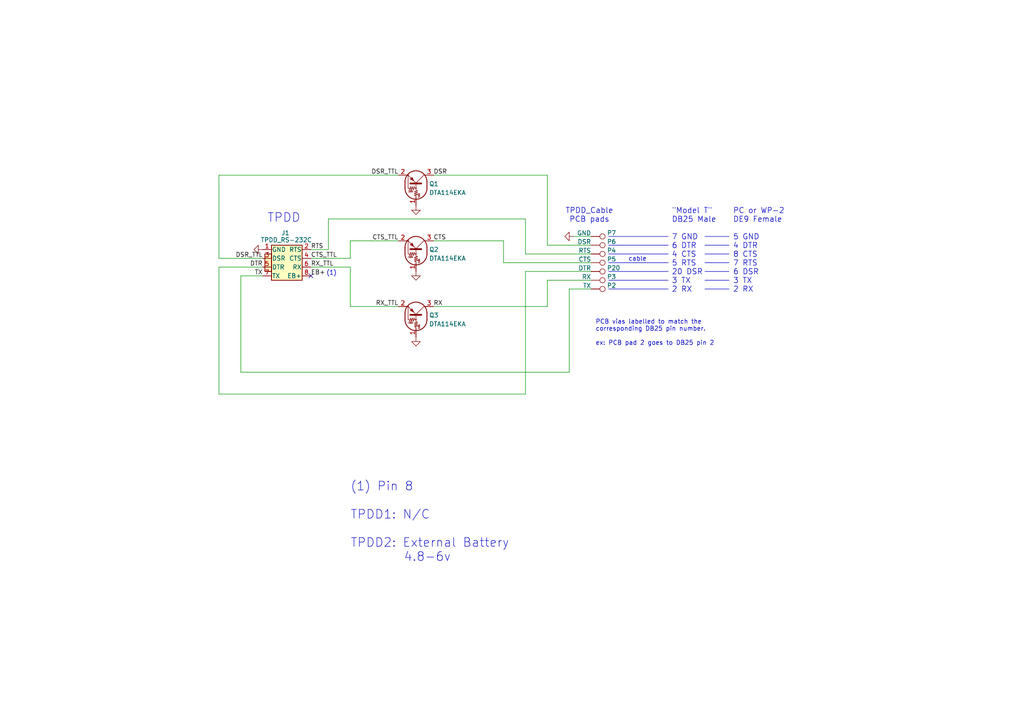
<source format=kicad_sch>
(kicad_sch (version 20231120) (generator "eeschema") (generator_version "8.0")
  (paper "A4")
  (lib_symbols
    (symbol "000_LOCAL:GND" (power) (pin_names (offset 0))
      (property "Value" "GND" (at 0 -3.81 0))
      (symbol "GND_0_1"
        (polyline (pts (xy 0 0) (xy 0 -1.27) (xy 1.27 -1.27) (xy 0 -2.54) (xy -1.27 -1.27) (xy 0 -1.27)))
      )
      (symbol "GND_1_1"
        (pin power_in line (at 0 0 270) (length 0) hide (name "GND") (number "1"))
      )
    )
    (symbol "000_LOCAL:TPDD_RS-232C" (pin_names (offset 0.127))
      (property "Reference" "J" (at 1.27 7.112 0))
      (property "Value" "TPDD_RS-232C" (at 1.27 5.08 0))
      (symbol "TPDD_RS-232C_0_1"
        (rectangle (start -5.715 1.27) (end -3.81 -3.81) (stroke (width 0.254)) (fill (type background)))
      )
      (symbol "TPDD_RS-232C_1_1"
        (rectangle (start -3.81 3.81) (end 5.08 -6.35) (stroke (width 0.254)) (fill (type background)))
        (pin passive line (at -6.35 2.54 0) (length 2.54) (name "GND") (number "1"))
        (pin passive line (at 7.62 2.54 180) (length 2.54) (name "RTS") (number "2"))
        (pin passive line (at -6.35 0 0) (length 2.54) (name "DSR") (number "3"))
        (pin passive line (at 7.62 0 180) (length 2.54) (name "CTS") (number "4"))
        (pin passive line (at -6.35 -2.54 0) (length 2.54) (name "DTR") (number "5"))
        (pin passive line (at 7.62 -2.54 180) (length 2.54) (name "RX") (number "6"))
        (pin passive line (at -6.35 -5.08 0) (length 2.54) (name "TX") (number "7"))
        (pin passive line (at 7.62 -5.08 180) (length 2.54) (name "EB+") (number "8"))
      )
    )
    (symbol "000_LOCAL:TestPoint" (pin_numbers hide) (pin_names (offset 0.762) hide)
      (property "Reference" "TP" (at 0 6.858 0))
      (property "Value" "TestPoint" (at 0 5.08 0))
      (symbol "TestPoint_0_1"
        (circle (center 0 3.302) (radius 0.762))
      )
      (symbol "TestPoint_1_1"
        (pin passive line (at 0 0 90) (length 2.54) (name "1") (number "1"))
      )
    )
    (symbol "000_LOCAL:Transistor_BJT_DTA114E" (pin_names (offset 0) hide)
      (property "Reference" "Q" (at 5.08 1.905 0))
      (property "Value" "Transistor_BJT_DTA114E" (at 5.08 0 0))
      (symbol "Transistor_BJT_DTA114E_0_0"
        (text "10k" (at -3.302 0.889 0) (effects (font (size 0.508 0.508))))
        (text "10k" (at -2.159 -1.524 900) (effects (font (size 0.508 0.508))))
      )
      (symbol "Transistor_BJT_DTA114E_0_1"
        (circle (center -1.27 0) (radius 0.127))
        (arc (start -1.27 3.175) (mid -4.445 0) (end -1.27 -3.175) (stroke (width 0.254)))
        (polyline (pts (xy -3.429 0) (xy -3.81 0)))
        (polyline (pts (xy -1.27 -3.175) (xy 0.635 -3.175)) (stroke (width 0.254)))
        (polyline (pts (xy -1.27 3.175) (xy 0.635 3.175)) (stroke (width 0.254)))
        (polyline (pts (xy 0 -0.254) (xy 2.54 2.286)))
        (polyline (pts (xy 0.127 1.524) (xy 0.127 -1.651)) (stroke (width 0.508)) (fill (type outline)))
        (polyline (pts (xy 2.54 2.286) (xy 2.54 2.54)))
        (polyline (pts (xy 2.54 -2.286) (xy 0 0.254) (xy 0 0.254)))
        (polyline (pts (xy 1.397 -1.651) (xy 1.905 -1.143) (xy 0.889 -0.635) (xy 1.397 -1.651)) (fill (type outline)))
        (polyline (pts (xy 0 0) (xy -1.905 0) (xy -2.032 0.508) (xy -2.286 -0.508) (xy -2.54 0.508) (xy -2.794 -0.508) (xy -3.048 0.508) (xy -3.302 -0.508) (xy -3.429 0)))
        (polyline (pts (xy -1.27 0) (xy -1.27 -0.381) (xy -0.762 -0.508) (xy -1.778 -0.762) (xy -0.762 -1.016) (xy -1.778 -1.27) (xy -0.762 -1.524) (xy -1.778 -1.778) (xy -1.27 -1.905) (xy -1.27 -2.286) (xy 2.54 -2.286)))
        (arc (start 0.635 -3.175) (mid 3.81 0) (end 0.635 3.175) (stroke (width 0.254)))
        (circle (center 2.54 -2.286) (radius 0.127))
      )
      (symbol "Transistor_BJT_DTA114E_1_1"
        (pin input line (at -6.35 0 0) (length 2.54) (name "B") (number "1"))
        (pin passive line (at 2.54 -5.08 90) (length 2.54) (name "E") (number "2"))
        (pin passive line (at 2.54 5.08 270) (length 2.54) (name "C") (number "3"))
      )
    )
    (symbol "Transistor_BJT_DTA114E_1" (pin_names (offset 0) hide)
      (property "Reference" "Q" (at 5.08 1.905 0))
      (property "Value" "Transistor_BJT_DTA114E" (at 5.08 0 0))
      (symbol "Transistor_BJT_DTA114E_1_0_0"
        (text "10k" (at -3.302 0.889 0) (effects (font (size 0.508 0.508))))
        (text "10k" (at -2.159 -1.524 900) (effects (font (size 0.508 0.508))))
      )
      (symbol "Transistor_BJT_DTA114E_1_0_1"
        (circle (center -1.27 0) (radius 0.127))
        (arc (start -1.27 3.175) (mid -4.445 0) (end -1.27 -3.175) (stroke (width 0.254)))
        (polyline (pts (xy -3.429 0) (xy -3.81 0)))
        (polyline (pts (xy -1.27 -3.175) (xy 0.635 -3.175)) (stroke (width 0.254)))
        (polyline (pts (xy -1.27 3.175) (xy 0.635 3.175)) (stroke (width 0.254)))
        (polyline (pts (xy 0 -0.254) (xy 2.54 2.286)))
        (polyline (pts (xy 0.127 1.524) (xy 0.127 -1.651)) (stroke (width 0.508)) (fill (type outline)))
        (polyline (pts (xy 2.54 2.286) (xy 2.54 2.54)))
        (polyline (pts (xy 2.54 -2.286) (xy 0 0.254) (xy 0 0.254)))
        (polyline (pts (xy 1.397 -1.651) (xy 1.905 -1.143) (xy 0.889 -0.635) (xy 1.397 -1.651)) (fill (type outline)))
        (polyline (pts (xy 0 0) (xy -1.905 0) (xy -2.032 0.508) (xy -2.286 -0.508) (xy -2.54 0.508) (xy -2.794 -0.508) (xy -3.048 0.508) (xy -3.302 -0.508) (xy -3.429 0)))
        (polyline (pts (xy -1.27 0) (xy -1.27 -0.381) (xy -0.762 -0.508) (xy -1.778 -0.762) (xy -0.762 -1.016) (xy -1.778 -1.27) (xy -0.762 -1.524) (xy -1.778 -1.778) (xy -1.27 -1.905) (xy -1.27 -2.286) (xy 2.54 -2.286)))
        (arc (start 0.635 -3.175) (mid 3.81 0) (end 0.635 3.175) (stroke (width 0.254)))
        (circle (center 2.54 -2.286) (radius 0.127))
      )
      (symbol "Transistor_BJT_DTA114E_1_1_1"
        (pin input line (at -6.35 0 0) (length 2.54) (name "B") (number "1"))
        (pin passive line (at 2.54 -5.08 90) (length 2.54) (name "E") (number "2"))
        (pin passive line (at 2.54 5.08 270) (length 2.54) (name "C") (number "3"))
      )
    )
    (symbol "Transistor_BJT_DTA114E_2" (pin_names (offset 0) hide)
      (property "Reference" "Q" (at 5.08 1.905 0))
      (property "Value" "Transistor_BJT_DTA114E" (at 5.08 0 0))
      (symbol "Transistor_BJT_DTA114E_2_0_0"
        (text "10k" (at -3.302 0.889 0) (effects (font (size 0.508 0.508))))
        (text "10k" (at -2.159 -1.524 900) (effects (font (size 0.508 0.508))))
      )
      (symbol "Transistor_BJT_DTA114E_2_0_1"
        (circle (center -1.27 0) (radius 0.127))
        (arc (start -1.27 3.175) (mid -4.445 0) (end -1.27 -3.175) (stroke (width 0.254)))
        (polyline (pts (xy -3.429 0) (xy -3.81 0)))
        (polyline (pts (xy -1.27 -3.175) (xy 0.635 -3.175)) (stroke (width 0.254)))
        (polyline (pts (xy -1.27 3.175) (xy 0.635 3.175)) (stroke (width 0.254)))
        (polyline (pts (xy 0 -0.254) (xy 2.54 2.286)))
        (polyline (pts (xy 0.127 1.524) (xy 0.127 -1.651)) (stroke (width 0.508)) (fill (type outline)))
        (polyline (pts (xy 2.54 2.286) (xy 2.54 2.54)))
        (polyline (pts (xy 2.54 -2.286) (xy 0 0.254) (xy 0 0.254)))
        (polyline (pts (xy 1.397 -1.651) (xy 1.905 -1.143) (xy 0.889 -0.635) (xy 1.397 -1.651)) (fill (type outline)))
        (polyline (pts (xy 0 0) (xy -1.905 0) (xy -2.032 0.508) (xy -2.286 -0.508) (xy -2.54 0.508) (xy -2.794 -0.508) (xy -3.048 0.508) (xy -3.302 -0.508) (xy -3.429 0)))
        (polyline (pts (xy -1.27 0) (xy -1.27 -0.381) (xy -0.762 -0.508) (xy -1.778 -0.762) (xy -0.762 -1.016) (xy -1.778 -1.27) (xy -0.762 -1.524) (xy -1.778 -1.778) (xy -1.27 -1.905) (xy -1.27 -2.286) (xy 2.54 -2.286)))
        (arc (start 0.635 -3.175) (mid 3.81 0) (end 0.635 3.175) (stroke (width 0.254)))
        (circle (center 2.54 -2.286) (radius 0.127))
      )
      (symbol "Transistor_BJT_DTA114E_2_1_1"
        (pin input line (at -6.35 0 0) (length 2.54) (name "B") (number "1"))
        (pin passive line (at 2.54 -5.08 90) (length 2.54) (name "E") (number "2"))
        (pin passive line (at 2.54 5.08 270) (length 2.54) (name "C") (number "3"))
      )
    )
  )
  (no_connect (at 90.17 80.01))
  (wire (pts (xy 165.1 83.82) (xy 165.1 107.95)))
  (wire (pts (xy 90.17 74.93) (xy 101.6 74.93)))
  (wire (pts (xy 95.25 72.39) (xy 95.25 63.5)))
  (wire (pts (xy 152.4 78.74) (xy 152.4 114.3)))
  (polyline (pts (xy 204.47 68.58) (xy 211.455 68.58)))
  (polyline (pts (xy 176.53 81.28) (xy 193.802 81.28)))
  (wire (pts (xy 101.6 77.47) (xy 101.6 88.9)))
  (wire (pts (xy 158.75 81.28) (xy 171.45 81.28)))
  (wire (pts (xy 63.5 50.8) (xy 115.57 50.8)))
  (polyline (pts (xy 176.53 71.12) (xy 193.802 71.12)))
  (polyline (pts (xy 176.53 73.66) (xy 193.802 73.66)))
  (wire (pts (xy 146.05 76.2) (xy 171.45 76.2)))
  (wire (pts (xy 165.1 83.82) (xy 171.45 83.82)))
  (wire (pts (xy 90.17 77.47) (xy 101.6 77.47)))
  (wire (pts (xy 69.85 80.01) (xy 69.85 107.95)))
  (wire (pts (xy 63.5 50.8) (xy 63.5 74.93)))
  (wire (pts (xy 125.73 50.8) (xy 158.75 50.8)))
  (wire (pts (xy 166.37 68.58) (xy 171.45 68.58)))
  (polyline (pts (xy 176.53 78.74) (xy 193.802 78.74)))
  (wire (pts (xy 69.85 107.95) (xy 165.1 107.95)))
  (wire (pts (xy 63.5 74.93) (xy 76.2 74.93)))
  (wire (pts (xy 146.05 69.85) (xy 125.73 69.85)))
  (wire (pts (xy 158.75 50.8) (xy 158.75 71.12)))
  (polyline (pts (xy 204.47 83.82) (xy 211.455 83.82)))
  (polyline (pts (xy 204.47 78.74) (xy 211.455 78.74)))
  (wire (pts (xy 63.5 77.47) (xy 76.2 77.47)))
  (wire (pts (xy 146.05 76.2) (xy 146.05 69.85)))
  (wire (pts (xy 101.6 74.93) (xy 101.6 69.85)))
  (wire (pts (xy 63.5 114.3) (xy 63.5 77.47)))
  (wire (pts (xy 158.75 81.28) (xy 158.75 88.9)))
  (wire (pts (xy 63.5 114.3) (xy 152.4 114.3)))
  (polyline (pts (xy 176.53 83.82) (xy 193.802 83.82)))
  (polyline (pts (xy 204.47 73.66) (xy 211.455 73.66)))
  (polyline (pts (xy 204.47 76.2) (xy 211.455 76.2)))
  (polyline (pts (xy 204.47 81.28) (xy 211.455 81.28)))
  (wire (pts (xy 101.6 69.85) (xy 115.57 69.85)))
  (wire (pts (xy 69.85 80.01) (xy 76.2 80.01)))
  (wire (pts (xy 158.75 71.12) (xy 171.45 71.12)))
  (wire (pts (xy 152.4 78.74) (xy 171.45 78.74)))
  (wire (pts (xy 95.25 63.5) (xy 152.4 63.5)))
  (wire (pts (xy 152.4 73.66) (xy 171.45 73.66)))
  (wire (pts (xy 90.17 72.39) (xy 95.25 72.39)))
  (polyline (pts (xy 204.47 71.12) (xy 211.455 71.12)))
  (wire (pts (xy 152.4 63.5) (xy 152.4 73.66)))
  (polyline (pts (xy 176.53 68.58) (xy 193.802 68.58)))
  (wire (pts (xy 101.6 88.9) (xy 115.57 88.9)))
  (polyline (pts (xy 176.53 76.2) (xy 193.802 76.2)))
  (wire (pts (xy 125.73 88.9) (xy 158.75 88.9)))
  (text "PCB vias labelled to match the\ncorresponding DB25 pin number.\n\nex: PCB pad 2 goes to DB25 pin 2" (at 172.72 92.71 0) (effects (font (size 1.27 1.27)) (justify left top)))
  (text "\"Model T\"\nDB25 Male\n\n7 GND\n6 DTR\n4 CTS\n5 RTS\n20 DSR\n3 TX\n2 RX" (at 194.818 72.644 0) (effects (font (size 1.5748 1.5748)) (justify left)))
  (text "PC or WP-2\nDE9 Female\n\n5 GND\n4 DTR\n8 CTS\n7 RTS\n6 DSR\n3 TX\n2 RX" (at 212.598 72.644 0) (effects (font (size 1.5748 1.5748)) (justify left)))
  (text "(1)" (at 94.615 80.01 0) (effects (font (size 1.27 1.27)) (justify left bottom)))
  (text "TPDD" (at 77.47 64.77 0) (effects (font (size 2.54 2.54)) (justify left bottom)))
  (text "TPDD_Cable\nPCB pads" (at 170.942 62.484 0) (effects (font (size 1.5748 1.5748))))
  (text "(1) Pin 8\n\nTPDD1: N/C\n\nTPDD2: External Battery\n        4.8-6v" (at 101.6 139.7 0) (effects (font (size 2.54 2.54)) (justify left top)))
  (text "cable" (at 184.912 75.184 0) (effects (font (size 1.27 1.27))))
  (label "RX" (at 125.73 88.9 0))
  (label "RX_TTL" (at 90.17 77.47 0))
  (label "TX" (at 76.2 80.01 180))
  (label "RX_TTL" (at 115.57 88.9 180))
  (label "CTS" (at 125.73 69.85 0))
  (label "CTS_TTL" (at 115.57 69.85 180))
  (label "DTR" (at 76.2 77.47 180))
  (label "EB+" (at 90.17 80.01 0))
  (label "DSR_TTL" (at 115.57 50.8 180))
  (label "DSR_TTL" (at 76.2 74.93 180))
  (label "RTS" (at 90.17 72.39 0))
  (label "DSR" (at 125.73 50.8 0))
  (label "CTS_TTL" (at 90.17 74.93 0))
  (symbol (lib_id "000_LOCAL:GND") (at 120.65 97.79 0) (unit 1)
    (property "Reference" "#PWR04" (effects (hide yes)))
    (property "Value" "GND" (effects (hide yes)))
  )
  (symbol (lib_id "000_LOCAL:Transistor_BJT_DTA114E") (at 120.65 91.44 270) (mirror x) (unit 1)
    (property "Reference" "Q3" (at 124.46 91.44 90) (effects (justify left)))
    (property "Value" "DTA114EKA" (at 124.46 93.98 90) (effects (justify left)))
    (property "Footprint" "000_LOCAL:SC-59" (effects (hide yes)))
    (property "Datasheet" "datasheets/dta114ee3-e.pdf" (effects (hide yes)))
    (property "MPN" "DTA114EKA" (effects (hide yes)))
  )
  (symbol (lib_name "Transistor_BJT_DTA114E_2") (lib_id "000_LOCAL:Transistor_BJT_DTA114E") (at 120.65 53.34 270) (mirror x) (unit 1)
    (property "Reference" "Q1" (at 124.46 53.34 90) (effects (justify left)))
    (property "Value" "DTA114EKA" (at 124.46 55.88 90) (effects (justify left)))
    (property "Footprint" "000_LOCAL:SC-59" (effects (hide yes)))
    (property "Datasheet" "datasheets/dta114ee3-e.pdf" (effects (hide yes)))
    (property "MPN" "DTA114EKA" (effects (hide yes)))
  )
  (symbol (lib_id "000_LOCAL:TestPoint") (at 171.45 73.66 270) (unit 1)
    (property "Reference" "P4" (at 176.022 72.644 90) (effects (justify left)))
    (property "Value" "RTS" (at 171.45 73.406 90) (effects (justify right bottom)))
    (property "Footprint" "000_LOCAL:PTH_0.65x1.2" (effects (hide yes)))
    (property "Description" "test point" (effects (hide yes)))
  )
  (symbol (lib_id "000_LOCAL:TestPoint") (at 171.45 68.58 270) (unit 1)
    (property "Reference" "P7" (at 176.022 67.564 90) (effects (justify left)))
    (property "Value" "GND" (at 171.45 68.326 90) (effects (justify right bottom)))
    (property "Footprint" "000_LOCAL:PTH_0.65x1.2" (effects (hide yes)))
    (property "Description" "test point" (effects (hide yes)))
  )
  (symbol (lib_id "000_LOCAL:GND") (at 76.2 72.39 270) (unit 1)
    (property "Reference" "#PWR01" (effects (hide yes)))
    (property "Value" "GND" (effects (hide yes)))
  )
  (symbol (lib_name "Transistor_BJT_DTA114E_1") (lib_id "000_LOCAL:Transistor_BJT_DTA114E") (at 120.65 72.39 270) (mirror x) (unit 1)
    (property "Reference" "Q2" (at 124.46 72.39 90) (effects (justify left)))
    (property "Value" "DTA114EKA" (at 124.46 74.93 90) (effects (justify left)))
    (property "Footprint" "000_LOCAL:SC-59" (effects (hide yes)))
    (property "Datasheet" "datasheets/dta114ee3-e.pdf" (effects (hide yes)))
    (property "MPN" "DTA114EKA" (effects (hide yes)))
  )
  (symbol (lib_id "000_LOCAL:TestPoint") (at 171.45 83.82 270) (unit 1)
    (property "Reference" "P2" (at 176.022 82.804 90) (effects (justify left)))
    (property "Value" "TX" (at 171.45 83.566 90) (effects (justify right bottom)))
    (property "Footprint" "000_LOCAL:SMD_1.2x3" (effects (hide yes)))
    (property "Description" "test point" (effects (hide yes)))
  )
  (symbol (lib_id "000_LOCAL:GND") (at 120.65 78.74 0) (unit 1)
    (property "Reference" "#PWR03" (effects (hide yes)))
    (property "Value" "GND" (effects (hide yes)))
  )
  (symbol (lib_id "000_LOCAL:TestPoint") (at 171.45 78.74 270) (unit 1)
    (property "Reference" "P20" (at 176.022 77.724 90) (effects (justify left)))
    (property "Value" "DTR" (at 171.45 78.486 90) (effects (justify right bottom)))
    (property "Footprint" "000_LOCAL:PTH_0.65x1.2" (effects (hide yes)))
    (property "Description" "test point" (effects (hide yes)))
  )
  (symbol (lib_id "000_LOCAL:TestPoint") (at 171.45 81.28 270) (unit 1)
    (property "Reference" "P3" (at 176.022 80.264 90) (effects (justify left)))
    (property "Value" "RX" (at 171.45 81.026 90) (effects (justify right bottom)))
    (property "Footprint" "000_LOCAL:SMD_1.2x3" (effects (hide yes)))
    (property "Description" "test point" (effects (hide yes)))
  )
  (symbol (lib_id "000_LOCAL:TestPoint") (at 171.45 76.2 270) (unit 1)
    (property "Reference" "P5" (at 176.022 75.184 90) (effects (justify left)))
    (property "Value" "CTS" (at 171.45 75.946 90) (effects (justify right bottom)))
    (property "Footprint" "000_LOCAL:PTH_0.65x1.2" (effects (hide yes)))
    (property "Description" "test point" (effects (hide yes)))
  )
  (symbol (lib_id "000_LOCAL:TestPoint") (at 171.45 71.12 270) (unit 1)
    (property "Reference" "P6" (at 176.022 70.104 90) (effects (justify left)))
    (property "Value" "DSR" (at 171.45 70.866 90) (effects (justify right bottom)))
    (property "Footprint" "000_LOCAL:PTH_0.65x1.2" (effects (hide yes)))
    (property "Description" "test point" (effects (hide yes)))
  )
  (symbol (lib_id "000_LOCAL:TPDD_RS-232C") (at 82.55 74.93 0) (unit 1)
    (property "Reference" "J1" (at 82.804 67.564 0))
    (property "Value" "TPDD_RS-232C" (at 83.058 69.596 0))
    (property "Footprint" "000_LOCAL:2x4x2.54mm_edge_mount" (effects (hide yes)))
    (property "Description" "Generic connector, double row, 02x04, odd/even pin numbering scheme (row 1 odd numbers, row 2 even numbers), script generated (kicad-library-utils/schlib/autogen/connector/)" (effects (hide yes)))
  )
  (symbol (lib_id "000_LOCAL:GND") (at 120.65 59.69 0) (unit 1)
    (property "Reference" "#PWR02" (effects (hide yes)))
    (property "Value" "GND" (effects (hide yes)))
  )
  (symbol (lib_id "000_LOCAL:GND") (at 166.37 68.58 270) (unit 1)
    (property "Reference" "#PWR05" (effects (hide yes)))
    (property "Value" "GND" (effects (hide yes)))
  )
)
</source>
